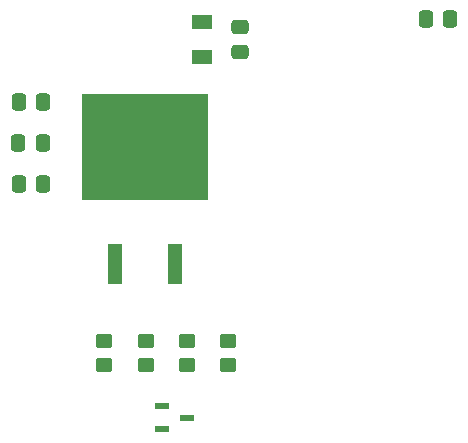
<source format=gtp>
%TF.GenerationSoftware,KiCad,Pcbnew,8.0.2*%
%TF.CreationDate,2024-10-02T19:35:02-04:00*%
%TF.ProjectId,FewawiPowerBoard,46657761-7769-4506-9f77-6572426f6172,rev?*%
%TF.SameCoordinates,Original*%
%TF.FileFunction,Paste,Top*%
%TF.FilePolarity,Positive*%
%FSLAX46Y46*%
G04 Gerber Fmt 4.6, Leading zero omitted, Abs format (unit mm)*
G04 Created by KiCad (PCBNEW 8.0.2) date 2024-10-02 19:35:02*
%MOMM*%
%LPD*%
G01*
G04 APERTURE LIST*
G04 Aperture macros list*
%AMRoundRect*
0 Rectangle with rounded corners*
0 $1 Rounding radius*
0 $2 $3 $4 $5 $6 $7 $8 $9 X,Y pos of 4 corners*
0 Add a 4 corners polygon primitive as box body*
4,1,4,$2,$3,$4,$5,$6,$7,$8,$9,$2,$3,0*
0 Add four circle primitives for the rounded corners*
1,1,$1+$1,$2,$3*
1,1,$1+$1,$4,$5*
1,1,$1+$1,$6,$7*
1,1,$1+$1,$8,$9*
0 Add four rect primitives between the rounded corners*
20,1,$1+$1,$2,$3,$4,$5,0*
20,1,$1+$1,$4,$5,$6,$7,0*
20,1,$1+$1,$6,$7,$8,$9,0*
20,1,$1+$1,$8,$9,$2,$3,0*%
G04 Aperture macros list end*
%ADD10R,1.800000X1.170000*%
%ADD11R,1.257000X3.429000*%
%ADD12R,10.668000X9.017000*%
%ADD13RoundRect,0.250000X0.475000X-0.337500X0.475000X0.337500X-0.475000X0.337500X-0.475000X-0.337500X0*%
%ADD14RoundRect,0.250000X0.337500X0.475000X-0.337500X0.475000X-0.337500X-0.475000X0.337500X-0.475000X0*%
%ADD15RoundRect,0.250000X0.450000X-0.350000X0.450000X0.350000X-0.450000X0.350000X-0.450000X-0.350000X0*%
%ADD16R,1.300000X0.600000*%
%ADD17RoundRect,0.250000X-0.450000X0.350000X-0.450000X-0.350000X0.450000X-0.350000X0.450000X0.350000X0*%
G04 APERTURE END LIST*
D10*
%TO.C,F1*%
X98250000Y-61030000D03*
X98250000Y-63970000D03*
%TD*%
D11*
%TO.C,Q1*%
X90920000Y-81500000D03*
D12*
X93460000Y-71594000D03*
D11*
X96000000Y-81500000D03*
%TD*%
D13*
%TO.C,C3*%
X101460000Y-63537500D03*
X101460000Y-61462500D03*
%TD*%
D14*
%TO.C,C7*%
X84825000Y-74750000D03*
X82750000Y-74750000D03*
%TD*%
D15*
%TO.C,R4*%
X100500000Y-90000000D03*
X100500000Y-88000000D03*
%TD*%
D14*
%TO.C,C1*%
X119287500Y-60750000D03*
X117212500Y-60750000D03*
%TD*%
D16*
%TO.C,Q2*%
X94900000Y-93550000D03*
X94900000Y-95450000D03*
X97000000Y-94500000D03*
%TD*%
D15*
%TO.C,R3*%
X97000000Y-90000000D03*
X97000000Y-88000000D03*
%TD*%
D17*
%TO.C,R1*%
X90000000Y-88000000D03*
X90000000Y-90000000D03*
%TD*%
D14*
%TO.C,C5*%
X84787500Y-71250000D03*
X82712500Y-71250000D03*
%TD*%
D15*
%TO.C,R2*%
X93500000Y-90000000D03*
X93500000Y-88000000D03*
%TD*%
D14*
%TO.C,C6*%
X84825000Y-67750000D03*
X82750000Y-67750000D03*
%TD*%
M02*

</source>
